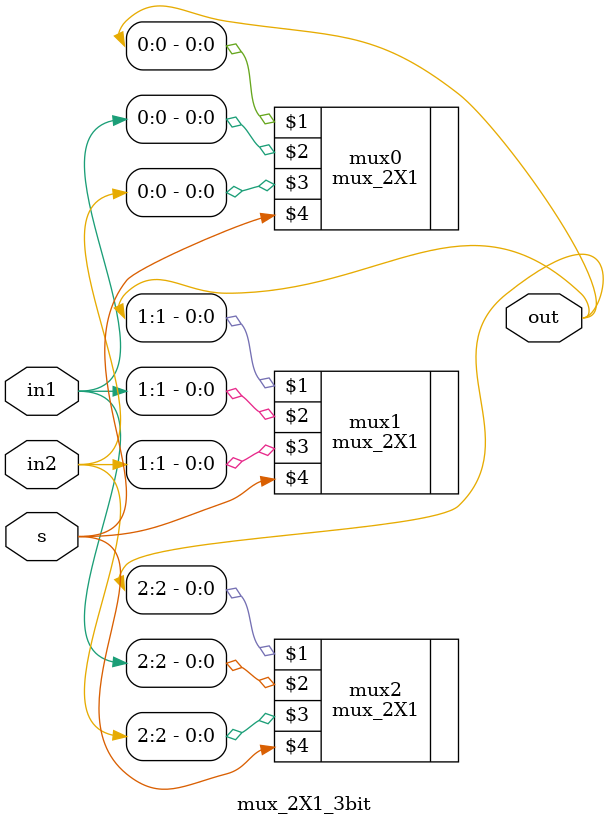
<source format=v>
module mux_2X1_3bit (input [2:0] in1, input [2:0] in2, input s, output [2:0] out);
	mux_2X1 mux0 (out[0],in1[0], in2[0], s);
	mux_2X1 mux1 (out[1],in1[1], in2[1], s);
	mux_2X1 mux2 (out[2],in1[2], in2[2], s);
endmodule
</source>
